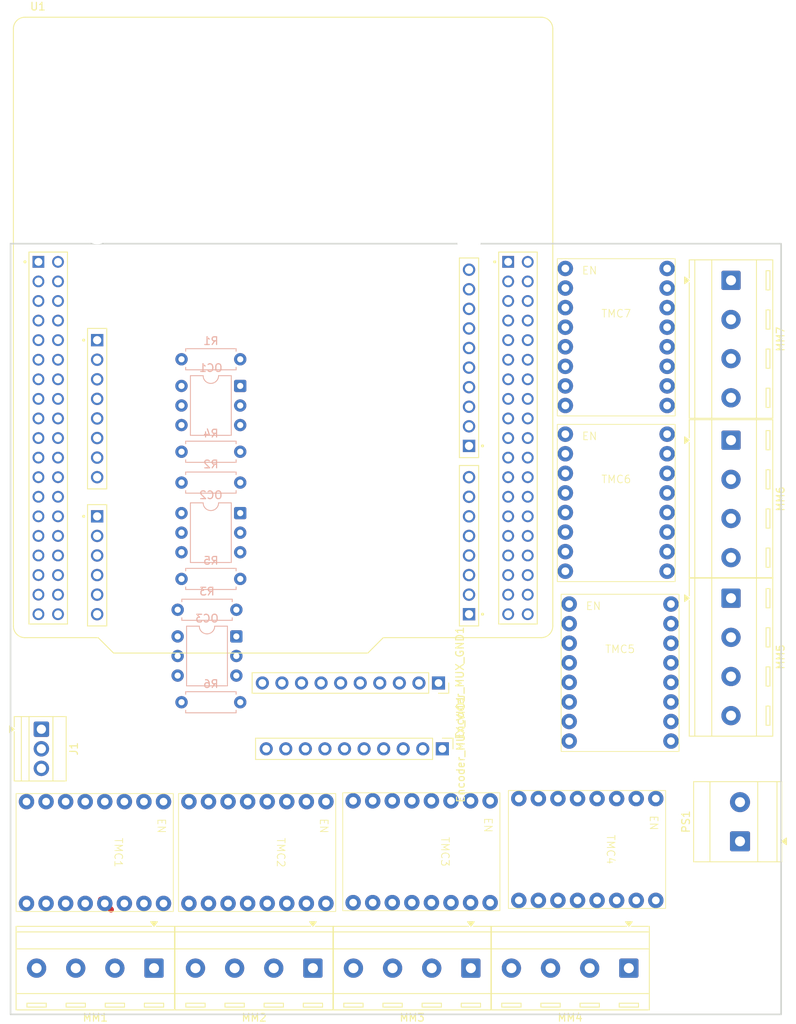
<source format=kicad_pcb>
(kicad_pcb (version 20241229) (generator "pcbnew") (generator_version "9.0")
  (layers (0 "F.Cu" signal) (2 "B.Cu" signal) (13 "F.Paste" user) (15 "B.Paste" user) (5 "F.SilkS" user "F.Silkscreen") (7 "B.SilkS" user "B.Silkscreen") (1 "F.Mask" user) (3 "B.Mask" user) (25 "Edge.Cuts" user))
  (net 0 "")
  (net 1 "EN")
  (net 6 "LIMIT5_IN")
  (net 36 "LIMIT1_IN")
  (net 62 "LIMIT4_IN")
  (net 67 "VM")
  (net 68 "GND_IO")
  (net 69 "SCK")
  (net 70 "VCC_IO")
  (net 71 "GND")
  (net 72 "DIR4")
  (net 73 "STEP4")
  (net 74 "CSN")
  (net 75 "DIR5")
  (net 76 "STEP5")
  (net 77 "STEP6")
  (net 78 "DIR6")
  (net 79 "STEP7")
  (net 80 "DIR7")
  (net 81 "DIR1")
  (net 82 "STEP1")
  (net 83 "STEP2")
  (net 84 "DIR2")
  (net 85 "STEP3")
  (net 86 "DIR3")
  (net 87 "ENC3")
  (net 88 "LIMIT2")
  (net 89 "ENC6")
  (net 90 "ENC5")
  (net 91 "ENC4")
  (net 92 "ENC1")
  (net 93 "LIMIT6")
  (net 94 "ENC7")
  (net 95 "LIMIT3")
  (net 96 "ENC2")
  (net 97 "LIMIT1_OUT")
  (net 105 "MOSI_OUT")
  (net 106 "Net-(TMC1-MISO)")
  (net 107 "Net-(TMC2-MISO)")
  (net 108 "Net-(TMC3-MISO)")
  (net 109 "Net-(TMC4-MISO)")
  (net 110 "Net-(TMC5-MISO)")
  (net 111 "Net-(TMC6-MISO)")
  (net 112 "MISO_OUT")
  (net 113 "/MOTOR1_A1")
  (net 114 "/MOTOR1_A2")
  (net 115 "/MOTOR1_B1")
  (net 116 "/MOTOR1_B2")
  (net 117 "/MOTOR2_A1")
  (net 118 "/MOTOR2_B2")
  (net 119 "/MOTOR2_A2")
  (net 120 "/MOTOR2_B1")
  (net 121 "/MOTOR3_B2")
  (net 122 "/MOTOR3_A1")
  (net 123 "/MOTOR3_B1")
  (net 124 "/MOTOR3_A2")
  (net 125 "/MOTOR4_A2")
  (net 126 "/MOTOR4_B2")
  (net 127 "/MOTOR4_B1")
  (net 128 "/MOTOR4_A1")
  (net 129 "/MOTOR5_B1")
  (net 130 "/MOTOR5_A1")
  (net 131 "/MOTOR5_A2")
  (net 132 "/MOTOR5_B2")
  (net 133 "/MOTOR6_A2")
  (net 134 "/MOTOR6_A1")
  (net 135 "/MOTOR6_B2")
  (net 136 "/MOTOR6_B1")
  (net 137 "/MOTOR7_A2")
  (net 138 "/MOTOR7_A1")
  (net 139 "/MOTOR7_B2")
  (net 140 "/MOTOR7_B1")
  (net 141 "/RIN_1")
  (net 142 "/RIN_3")
  (net 144 "/RIN_2")
  (net 145 "LIMIT4_OUT")
  (net 148 "LIMIT5_OUT")
  (net 149 "Net-(OC1-Pad5)")
  (net 150 "Net-(OC2-Pad5)")
  (net 151 "Net-(OC3-Pad5)")
  (footprint "TerminalBlock_RND:TerminalBlock_RND_205-00289_1x04_P5.08mm_Horizontal" (layer "F.Cu") (at 181.5 79 -90)
    (property "Reference" "MM6" (at 7.62 -6.42 90) (layer "F.SilkS"))
    (property "Value" "Screw_Terminal_01x04")
    (pad "1" thru_hole roundrect (at 0 0 270) (size 2.5 2.5) (drill 1.3) (layers "*.Cu" "*.Mask") (roundrect_rratio 0.1) (net 134 "/MOTOR6_A1"))
    (pad "2" thru_hole circle (at 5.08 0 270) (size 2.5 2.5) (drill 1.3) (layers "*.Cu" "*.Mask") (net 133 "/MOTOR6_A2"))
    (pad "3" thru_hole circle (at 10.16 0 270) (size 2.5 2.5) (drill 1.3) (layers "*.Cu" "*.Mask") (net 136 "/MOTOR6_B1"))
    (pad "4" thru_hole circle (at 15.24 0 270) (size 2.5 2.5) (drill 1.3) (layers "*.Cu" "*.Mask") (net 135 "/MOTOR6_B2"))
  )
  (footprint "boards:MODULE_NUCLEO-F446RE" (layer "F.Cu") (at 123.37 65.37)
    (property "Reference" "U1" (at -31.825 -42.635 0) (layer "F.SilkS"))
    (property "Value" "NUCLEO-F446RE")
    (pad "" np_thru_hole circle (at -24.13 -13.32) (size 3 3) (drill 3) (layers "*.Cu" "*.Mask"))
    (pad "" np_thru_hole circle (at 8.89 38.75) (size 3 3) (drill 3) (layers "*.Cu" "*.Mask"))
    (pad "" np_thru_hole circle (at 24.13 -12.05) (size 3 3) (drill 3) (layers "*.Cu" "*.Mask"))
    (pad "CN5_1" thru_hole rect (at 24.13 14.37) (size 1.605 1.605) (drill 1.07) (layers "*.Cu" "*.Mask"))
    (pad "CN5_2" thru_hole circle (at 24.13 11.83) (size 1.605 1.605) (drill 1.07) (layers "*.Cu" "*.Mask"))
    (pad "CN5_3" thru_hole circle (at 24.13 9.29) (size 1.605 1.605) (drill 1.07) (layers "*.Cu" "*.Mask"))
    (pad "CN5_4" thru_hole circle (at 24.13 6.75) (size 1.605 1.605) (drill 1.07) (layers "*.Cu" "*.Mask"))
    (pad "CN5_5" thru_hole circle (at 24.13 4.21) (size 1.605 1.605) (drill 1.07) (layers "*.Cu" "*.Mask"))
    (pad "CN5_6" thru_hole circle (at 24.13 1.67) (size 1.605 1.605) (drill 1.07) (layers "*.Cu" "*.Mask"))
    (pad "CN5_7" thru_hole circle (at 24.13 -0.87) (size 1.605 1.605) (drill 1.07) (layers "*.Cu" "*.Mask"))
    (pad "CN5_8" thru_hole circle (at 24.13 -3.41) (size 1.605 1.605) (drill 1.07) (layers "*.Cu" "*.Mask"))
    (pad "CN5_9" thru_hole circle (at 24.13 -5.95) (size 1.605 1.605) (drill 1.07) (layers "*.Cu" "*.Mask"))
    (pad "CN5_10" thru_hole circle (at 24.13 -8.49) (size 1.605 1.605) (drill 1.07) (layers "*.Cu" "*.Mask"))
    (pad "CN6_1" thru_hole rect (at -24.13 0.65) (size 1.605 1.605) (drill 1.07) (layers "*.Cu" "*.Mask"))
    (pad "CN6_2" thru_hole circle (at -24.13 3.19) (size 1.605 1.605) (drill 1.07) (layers "*.Cu" "*.Mask"))
    (pad "CN6_3" thru_hole circle (at -24.13 5.73) (size 1.605 1.605) (drill 1.07) (layers "*.Cu" "*.Mask"))
    (pad "CN6_4" thru_hole circle (at -24.13 8.27) (size 1.605 1.605) (drill 1.07) (layers "*.Cu" "*.Mask"))
    (pad "CN6_5" thru_hole circle (at -24.13 10.81) (size 1.605 1.605) (drill 1.07) (layers "*.Cu" "*.Mask"))
    (pad "CN6_6" thru_hole circle (at -24.13 13.35) (size 1.605 1.605) (drill 1.07) (layers "*.Cu" "*.Mask"))
    (pad "CN6_7" thru_hole circle (at -24.13 15.89) (size 1.605 1.605) (drill 1.07) (layers "*.Cu" "*.Mask"))
    (pad "CN6_8" thru_hole circle (at -24.13 18.43) (size 1.605 1.605) (drill 1.07) (layers "*.Cu" "*.Mask"))
    (pad "CN7_1" thru_hole rect (at -31.75 -9.51) (size 1.53 1.53) (drill 1.02) (layers "*.Cu" "*.Mask") (net 75 "DIR5"))
    (pad "CN7_2" thru_hole circle (at -29.21 -9.51) (size 1.53 1.53) (drill 1.02) (layers "*.Cu" "*.Mask") (net 72 "DIR4"))
    (pad "CN7_3" thru_hole circle (at -31.75 -6.97) (size 1.53 1.53) (drill 1.02) (layers "*.Cu" "*.Mask") (net 86 "DIR3"))
    (pad "CN7_4" thru_hole circle (at -29.21 -6.97) (size 1.53 1.53) (drill 1.02) (layers "*.Cu" "*.Mask") (net 84 "DIR2"))
    (pad "CN7_5" thru_hole circle (at -31.75 -4.43) (size 1.53 1.53) (drill 1.02) (layers "*.Cu" "*.Mask"))
    (pad "CN7_6" thru_hole circle (at -29.21 -4.43) (size 1.53 1.53) (drill 1.02) (layers "*.Cu" "*.Mask"))
    (pad "CN7_7" thru_hole circle (at -31.75 -1.89) (size 1.53 1.53) (drill 1.02) (layers "*.Cu" "*.Mask"))
    (pad "CN7_8" thru_hole circle (at -29.21 -1.89) (size 1.53 1.53) (drill 1.02) (layers "*.Cu" "*.Mask") (net 68 "GND_IO"))
    (pad "CN7_9" thru_hole circle (at -31.75 0.65) (size 1.53 1.53) (drill 1.02) (layers "*.Cu" "*.Mask"))
    (pad "CN7_10" thru_hole circle (at -29.21 0.65) (size 1.53 1.53) (drill 1.02) (layers "*.Cu" "*.Mask"))
    (pad "CN7_11" thru_hole circle (at -31.75 3.19) (size 1.53 1.53) (drill 1.02) (layers "*.Cu" "*.Mask"))
    (pad "CN7_12" thru_hole circle (at -29.21 3.19) (size 1.53 1.53) (drill 1.02) (layers "*.Cu" "*.Mask"))
    (pad "CN7_13" thru_hole circle (at -31.75 5.73) (size 1.53 1.53) (drill 1.02) (layers "*.Cu" "*.Mask"))
    (pad "CN7_14" thru_hole circle (at -29.21 5.73) (size 1.53 1.53) (drill 1.02) (layers "*.Cu" "*.Mask"))
    (pad "CN7_15" thru_hole circle (at -31.75 8.27) (size 1.53 1.53) (drill 1.02) (layers "*.Cu" "*.Mask"))
    (pad "CN7_16" thru_hole circle (at -29.21 8.27) (size 1.53 1.53) (drill 1.02) (layers "*.Cu" "*.Mask") (net 70 "VCC_IO"))
    (pad "CN7_17" thru_hole circle (at -31.75 10.81) (size 1.53 1.53) (drill 1.02) (layers "*.Cu" "*.Mask"))
    (pad "CN7_18" thru_hole circle (at -29.21 10.81) (size 1.53 1.53) (drill 1.02) (layers "*.Cu" "*.Mask"))
    (pad "CN7_19" thru_hole circle (at -31.75 13.35) (size 1.53 1.53) (drill 1.02) (layers "*.Cu" "*.Mask"))
    (pad "CN7_20" thru_hole circle (at -29.21 13.35) (size 1.53 1.53) (drill 1.02) (layers "*.Cu" "*.Mask"))
    (pad "CN7_21" thru_hole circle (at -31.75 15.89) (size 1.53 1.53) (drill 1.02) (layers "*.Cu" "*.Mask") (net 148 "LIMIT5_OUT"))
    (pad "CN7_22" thru_hole circle (at -29.21 15.89) (size 1.53 1.53) (drill 1.02) (layers "*.Cu" "*.Mask"))
    (pad "CN7_23" thru_hole circle (at -31.75 18.43) (size 1.53 1.53) (drill 1.02) (layers "*.Cu" "*.Mask") (net 145 "LIMIT4_OUT"))
    (pad "CN7_24" thru_hole circle (at -29.21 18.43) (size 1.53 1.53) (drill 1.02) (layers "*.Cu" "*.Mask"))
    (pad "CN7_25" thru_hole circle (at -31.75 20.97) (size 1.53 1.53) (drill 1.02) (layers "*.Cu" "*.Mask") (net 95 "LIMIT3"))
    (pad "CN7_26" thru_hole circle (at -29.21 20.97) (size 1.53 1.53) (drill 1.02) (layers "*.Cu" "*.Mask"))
    (pad "CN7_27" thru_hole circle (at -31.75 23.51) (size 1.53 1.53) (drill 1.02) (layers "*.Cu" "*.Mask") (net 88 "LIMIT2"))
    (pad "CN7_28" thru_hole circle (at -29.21 23.51) (size 1.53 1.53) (drill 1.02) (layers "*.Cu" "*.Mask") (net 85 "STEP3"))
    (pad "CN7_29" thru_hole circle (at -31.75 26.05) (size 1.53 1.53) (drill 1.02) (layers "*.Cu" "*.Mask"))
    (pad "CN7_30" thru_hole circle (at -29.21 26.05) (size 1.53 1.53) (drill 1.02) (layers "*.Cu" "*.Mask") (net 92 "ENC1"))
    (pad "CN7_31" thru_hole circle (at -31.75 28.59) (size 1.53 1.53) (drill 1.02) (layers "*.Cu" "*.Mask"))
    (pad "CN7_32" thru_hole circle (at -29.21 28.59) (size 1.53 1.53) (drill 1.02) (layers "*.Cu" "*.Mask") (net 74 "CSN"))
    (pad "CN7_33" thru_hole circle (at -31.75 31.13) (size 1.53 1.53) (drill 1.02) (layers "*.Cu" "*.Mask"))
    (pad "CN7_34" thru_hole circle (at -29.21 31.13) (size 1.53 1.53) (drill 1.02) (layers "*.Cu" "*.Mask") (net 94 "ENC7"))
    (pad "CN7_35" thru_hole circle (at -31.75 33.67) (size 1.53 1.53) (drill 1.02) (layers "*.Cu" "*.Mask") (net 91 "ENC4"))
    (pad "CN7_36" thru_hole circle (at -29.21 33.67) (size 1.53 1.53) (drill 1.02) (layers "*.Cu" "*.Mask") (net 81 "DIR1"))
    (pad "CN7_37" thru_hole circle (at -31.75 36.21) (size 1.53 1.53) (drill 1.02) (layers "*.Cu" "*.Mask") (net 96 "ENC2"))
    (pad "CN7_38" thru_hole circle (at -29.21 36.21) (size 1.53 1.53) (drill 1.02) (layers "*.Cu" "*.Mask") (net 97 "LIMIT1_OUT"))
    (pad "CN8_1" thru_hole rect (at -24.13 23.51) (size 1.605 1.605) (drill 1.07) (layers "*.Cu" "*.Mask"))
    (pad "CN8_2" thru_hole circle (at -24.13 26.05) (size 1.605 1.605) (drill 1.07) (layers "*.Cu" "*.Mask"))
    (pad "CN8_3" thru_hole circle (at -24.13 28.59) (size 1.605 1.605) (drill 1.07) (layers "*.Cu" "*.Mask"))
    (pad "CN8_4" thru_hole circle (at -24.13 31.13) (size 1.605 1.605) (drill 1.07) (layers "*.Cu" "*.Mask"))
    (pad "CN8_5" thru_hole circle (at -24.13 33.67) (size 1.605 1.605) (drill 1.07) (layers "*.Cu" "*.Mask"))
    (pad "CN8_6" thru_hole circle (at -24.13 36.21) (size 1.605 1.605) (drill 1.07) (layers "*.Cu" "*.Mask"))
    (pad "CN9_1" thru_hole rect (at 24.13 36.21) (size 1.605 1.605) (drill 1.07) (layers "*.Cu" "*.Mask"))
    (pad "CN9_2" thru_hole circle (at 24.13 33.67) (size 1.605 1.605) (drill 1.07) (layers "*.Cu" "*.Mask"))
    (pad "CN9_3" thru_hole circle (at 24.13 31.13) (size 1.605 1.605) (drill 1.07) (layers "*.Cu" "*.Mask"))
    (pad "CN9_4" thru_hole circle (at 24.13 28.59) (size 1.605 1.605) (drill 1.07) (layers "*.Cu" "*.Mask"))
    (pad "CN9_5" thru_hole circle (at 24.13 26.05) (size 1.605 1.605) (drill 1.07) (layers "*.Cu" "*.Mask"))
    (pad "CN9_6" thru_hole circle (at 24.13 23.51) (size 1.605 1.605) (drill 1.07) (layers "*.Cu" "*.Mask"))
    (pad "CN9_7" thru_hole circle (at 24.13 20.97) (size 1.605 1.605) (drill 1.07) (layers "*.Cu" "*.Mask"))
    (pad "CN9_8" thru_hole circle (at 24.13 18.43) (size 1.605 1.605) (drill 1.07) (layers "*.Cu" "*.Mask"))
    (pad "CN10_1" thru_hole rect (at 29.21 -9.51) (size 1.53 1.53) (drill 1.02) (layers "*.Cu" "*.Mask"))
    (pad "CN10_2" thru_hole circle (at 31.75 -9.51) (size 1.53 1.53) (drill 1.02) (layers "*.Cu" "*.Mask"))
    (pad "CN10_3" thru_hole circle (at 29.21 -6.97) (size 1.53 1.53) (drill 1.02) (layers "*.Cu" "*.Mask") (net 76 "STEP5"))
    (pad "CN10_4" thru_hole circle (at 31.75 -6.97) (size 1.53 1.53) (drill 1.02) (layers "*.Cu" "*.Mask") (net 73 "STEP4"))
    (pad "CN10_5" thru_hole circle (at 29.21 -4.43) (size 1.53 1.53) (drill 1.02) (layers "*.Cu" "*.Mask") (net 77 "STEP6"))
    (pad "CN10_6" thru_hole circle (at 31.75 -4.43) (size 1.53 1.53) (drill 1.02) (layers "*.Cu" "*.Mask") (net 90 "ENC5"))
    (pad "CN10_7" thru_hole circle (at 29.21 -1.89) (size 1.53 1.53) (drill 1.02) (layers "*.Cu" "*.Mask"))
    (pad "CN10_8" thru_hole circle (at 31.75 -1.89) (size 1.53 1.53) (drill 1.02) (layers "*.Cu" "*.Mask"))
    (pad "CN10_9" thru_hole circle (at 29.21 0.65) (size 1.53 1.53) (drill 1.02) (layers "*.Cu" "*.Mask"))
    (pad "CN10_10" thru_hole circle (at 31.75 0.65) (size 1.53 1.53) (drill 1.02) (layers "*.Cu" "*.Mask"))
    (pad "CN10_11" thru_hole circle (at 29.21 3.19) (size 1.53 1.53) (drill 1.02) (layers "*.Cu" "*.Mask") (net 69 "SCK"))
    (pad "CN10_12" thru_hole circle (at 31.75 3.19) (size 1.53 1.53) (drill 1.02) (layers "*.Cu" "*.Mask") (net 80 "DIR7"))
    (pad "CN10_13" thru_hole circle (at 29.21 5.73) (size 1.53 1.53) (drill 1.02) (layers "*.Cu" "*.Mask") (net 112 "MISO_OUT"))
    (pad "CN10_14" thru_hole circle (at 31.75 5.73) (size 1.53 1.53) (drill 1.02) (layers "*.Cu" "*.Mask") (net 1 "EN"))
    (pad "CN10_15" thru_hole circle (at 29.21 8.27) (size 1.53 1.53) (drill 1.02) (layers "*.Cu" "*.Mask") (net 105 "MOSI_OUT"))
    (pad "CN10_16" thru_hole circle (at 31.75 8.27) (size 1.53 1.53) (drill 1.02) (layers "*.Cu" "*.Mask"))
    (pad "CN10_17" thru_hole circle (at 29.21 10.81) (size 1.53 1.53) (drill 1.02) (layers "*.Cu" "*.Mask") (net 83 "STEP2"))
    (pad "CN10_18" thru_hole circle (at 31.75 10.81) (size 1.53 1.53) (drill 1.02) (layers "*.Cu" "*.Mask"))
    (pad "CN10_19" thru_hole circle (at 29.21 13.35) (size 1.53 1.53) (drill 1.02) (layers "*.Cu" "*.Mask") (net 82 "STEP1"))
    (pad "CN10_20" thru_hole circle (at 31.75 13.35) (size 1.53 1.53) (drill 1.02) (layers "*.Cu" "*.Mask"))
    (pad "CN10_21" thru_hole circle (at 29.21 15.89) (size 1.53 1.53) (drill 1.02) (layers "*.Cu" "*.Mask"))
    (pad "CN10_22" thru_hole circle (at 31.75 15.89) (size 1.53 1.53) (drill 1.02) (layers "*.Cu" "*.Mask"))
    (pad "CN10_23" thru_hole circle (at 29.21 18.43) (size 1.53 1.53) (drill 1.02) (layers "*.Cu" "*.Mask"))
    (pad "CN10_24" thru_hole circle (at 31.75 18.43) (size 1.53 1.53) (drill 1.02) (layers "*.Cu" "*.Mask") (net 87 "ENC3"))
    (pad "CN10_25" thru_hole circle (at 29.21 20.97) (size 1.53 1.53) (drill 1.02) (layers "*.Cu" "*.Mask"))
    (pad "CN10_26" thru_hole circle (at 31.75 20.97) (size 1.53 1.53) (drill 1.02) (layers "*.Cu" "*.Mask"))
    (pad "CN10_27" thru_hole circle (at 29.21 23.51) (size 1.53 1.53) (drill 1.02) (layers "*.Cu" "*.Mask"))
    (pad "CN10_28" thru_hole circle (at 31.75 23.51) (size 1.53 1.53) (drill 1.02) (layers "*.Cu" "*.Mask") (net 79 "STEP7"))
    (pad "CN10_29" thru_hole circle (at 29.21 26.05) (size 1.53 1.53) (drill 1.02) (layers "*.Cu" "*.Mask") (net 93 "LIMIT6"))
    (pad "CN10_30" thru_hole circle (at 31.75 26.05) (size 1.53 1.53) (drill 1.02) (layers "*.Cu" "*.Mask"))
    (pad "CN10_31" thru_hole circle (at 29.21 28.59) (size 1.53 1.53) (drill 1.02) (layers "*.Cu" "*.Mask"))
    (pad "CN10_32" thru_hole circle (at 31.75 28.59) (size 1.53 1.53) (drill 1.02) (layers "*.Cu" "*.Mask"))
    (pad "CN10_33" thru_hole circle (at 29.21 31.13) (size 1.53 1.53) (drill 1.02) (layers "*.Cu" "*.Mask") (net 78 "DIR6"))
    (pad "CN10_34" thru_hole circle (at 31.75 31.13) (size 1.53 1.53) (drill 1.02) (layers "*.Cu" "*.Mask") (net 89 "ENC6"))
    (pad "CN10_35" thru_hole circle (at 29.21 33.67) (size 1.53 1.53) (drill 1.02) (layers "*.Cu" "*.Mask"))
    (pad "CN10_36" thru_hole circle (at 31.75 33.67) (size 1.53 1.53) (drill 1.02) (layers "*.Cu" "*.Mask"))
    (pad "CN10_37" thru_hole circle (at 29.21 36.21) (size 1.53 1.53) (drill 1.02) (layers "*.Cu" "*.Mask"))
    (pad "CN10_38" thru_hole circle (at 31.75 36.21) (size 1.53 1.53) (drill 1.02) (layers "*.Cu" "*.Mask"))
  )
  (footprint "boards:tmc5160" (layer "F.Cu") (at 122.58 132.5 -90)
    (property "Reference" "TMC2" (at 0 -0.5 270) (layer "F.SilkS") (effects (font (thickness 0.1))))
    (property "Value" "~")
    (fp_text user "EN" (at -4.5 -5.5 270) (layer "F.SilkS") (effects (font (thickness 0.1)) (justify left bottom)))
    (pad "1" thru_hole circle (at -6.604 -6.35) (size 2 2) (drill 1) (layers "*.Cu" "*.Mask") (net 1 "EN"))
    (pad "2" thru_hole circle (at -6.604 -3.81) (size 2 2) (drill 1) (layers "*.Cu" "*.Mask") (net 106 "Net-(TMC1-MISO)"))
    (pad "3" thru_hole circle (at -6.604 -1.27) (size 2 2) (drill 1) (layers "*.Cu" "*.Mask") (net 69 "SCK"))
    (pad "4" thru_hole circle (at -6.604 1.27) (size 2 2) (drill 1) (layers "*.Cu" "*.Mask") (net 74 "CSN"))
    (pad "5" thru_hole circle (at -6.604 3.81) (size 2 2) (drill 1) (layers "*.Cu" "*.Mask") (net 107 "Net-(TMC2-MISO)"))
    (pad "6" thru_hole circle (at -6.604 6.35) (size 2 2) (drill 1) (layers "*.Cu" "*.Mask"))
    (pad "7" thru_hole circle (at -6.604 8.89) (size 2 2) (drill 1) (layers "*.Cu" "*.Mask") (net 83 "STEP2"))
    (pad "8" thru_hole circle (at -6.604 11.43) (size 2 2) (drill 1) (layers "*.Cu" "*.Mask") (net 84 "DIR2"))
    (pad "9" thru_hole circle (at 6.604 -6.35) (size 2 2) (drill 1) (layers "*.Cu" "*.Mask") (net 67 "VM"))
    (pad "10" thru_hole circle (at 6.604 -3.81) (size 2 2) (drill 1) (layers "*.Cu" "*.Mask") (net 71 "GND"))
    (pad "11" thru_hole circle (at 6.604 -1.27) (size 2 2) (drill 1) (layers "*.Cu" "*.Mask") (net 117 "/MOTOR2_A1"))
    (pad "12" thru_hole circle (at 6.604 1.27) (size 2 2) (drill 1) (layers "*.Cu" "*.Mask") (net 119 "/MOTOR2_A2"))
    (pad "13" thru_hole circle (at 6.604 3.81) (size 2 2) (drill 1) (layers "*.Cu" "*.Mask") (net 120 "/MOTOR2_B1"))
    (pad "14" thru_hole circle (at 6.604 6.35) (size 2 2) (drill 1) (layers "*.Cu" "*.Mask") (net 118 "/MOTOR2_B2"))
    (pad "15" thru_hole circle (at 6.604 8.89) (size 2 2) (drill 1) (layers "*.Cu" "*.Mask") (net 70 "VCC_IO"))
    (pad "16" thru_hole circle (at 6.604 11.43) (size 2 2) (drill 1) (layers "*.Cu" "*.Mask") (net 68 "GND_IO"))
  )
  (footprint "TerminalBlock_RND:TerminalBlock_RND_205-00289_1x04_P5.08mm_Horizontal" (layer "F.Cu") (at 127.24 147.5 180)
    (property "Reference" "MM2" (at 7.62 -6.42 0) (layer "F.SilkS"))
    (property "Value" "Screw_Terminal_01x04")
    (pad "1" thru_hole roundrect (at 0 0 180) (size 2.5 2.5) (drill 1.3) (layers "*.Cu" "*.Mask") (roundrect_rratio 0.1) (net 117 "/MOTOR2_A1"))
    (pad "2" thru_hole circle (at 5.08 0 180) (size 2.5 2.5) (drill 1.3) (layers "*.Cu" "*.Mask") (net 119 "/MOTOR2_A2"))
    (pad "3" thru_hole circle (at 10.16 0 180) (size 2.5 2.5) (drill 1.3) (layers "*.Cu" "*.Mask") (net 120 "/MOTOR2_B1"))
    (pad "4" thru_hole circle (at 15.24 0 180) (size 2.5 2.5) (drill 1.3) (layers "*.Cu" "*.Mask") (net 118 "/MOTOR2_B2"))
  )
  (footprint "TerminalBlock:TerminalBlock_Xinya_XY308-2.54-3P_1x03_P2.54mm_Horizontal" (layer "F.Cu") (at 92 116.5 -90)
    (property "Reference" "J1" (at 2.54 -4.22 90) (layer "F.SilkS"))
    (property "Value" "Screw_Terminal_01x03")
    (pad "1" thru_hole roundrect (at 0 0 270) (size 2 2) (drill 1.2) (layers "*.Cu" "*.Mask") (roundrect_rratio 0.125) (net 36 "LIMIT1_IN"))
    (pad "2" thru_hole circle (at 2.54 0 270) (size 2 2) (drill 1.2) (layers "*.Cu" "*.Mask") (net 62 "LIMIT4_IN"))
    (pad "3" thru_hole circle (at 5.08 0 270) (size 2 2) (drill 1.2) (layers "*.Cu" "*.Mask") (net 6 "LIMIT5_IN"))
  )
  (footprint "boards:tmc5160" (layer "F.Cu") (at 101.5 132.5 -90)
    (property "Reference" "TMC1" (at 0 -0.5 270) (layer "F.SilkS") (effects (font (thickness 0.1))))
    (property "Value" "~")
    (fp_text user "EN" (at -4.5 -5.5 270) (layer "F.SilkS") (effects (font (thickness 0.1)) (justify left bottom)))
    (pad "1" thru_hole circle (at -6.604 -6.35) (size 2 2) (drill 1) (layers "*.Cu" "*.Mask") (net 1 "EN"))
    (pad "2" thru_hole circle (at -6.604 -3.81) (size 2 2) (drill 1) (layers "*.Cu" "*.Mask") (net 105 "MOSI_OUT"))
    (pad "3" thru_hole circle (at -6.604 -1.27) (size 2 2) (drill 1) (layers "*.Cu" "*.Mask") (net 69 "SCK"))
    (pad "4" thru_hole circle (at -6.604 1.27) (size 2 2) (drill 1) (layers "*.Cu" "*.Mask") (net 74 "CSN"))
    (pad "5" thru_hole circle (at -6.604 3.81) (size 2 2) (drill 1) (layers "*.Cu" "*.Mask") (net 106 "Net-(TMC1-MISO)"))
    (pad "6" thru_hole circle (at -6.604 6.35) (size 2 2) (drill 1) (layers "*.Cu" "*.Mask"))
    (pad "7" thru_hole circle (at -6.604 8.89) (size 2 2) (drill 1) (layers "*.Cu" "*.Mask") (net 82 "STEP1"))
    (pad "8" thru_hole circle (at -6.604 11.43) (size 2 2) (drill 1) (layers "*.Cu" "*.Mask") (net 81 "DIR1"))
    (pad "9" thru_hole circle (at 6.604 -6.35) (size 2 2) (drill 1) (layers "*.Cu" "*.Mask") (net 67 "VM"))
    (pad "10" thru_hole circle (at 6.604 -3.81) (size 2 2) (drill 1) (layers "*.Cu" "*.Mask") (net 71 "GND"))
    (pad "11" thru_hole circle (at 6.604 -1.27) (size 2 2) (drill 1) (layers "*.Cu" "*.Mask") (net 113 "/MOTOR1_A1"))
    (pad "12" thru_hole circle (at 6.604 1.27) (size 2 2) (drill 1) (layers "*.Cu" "*.Mask") (net 114 "/MOTOR1_A2"))
    (pad "13" thru_hole circle (at 6.604 3.81) (size 2 2) (drill 1) (layers "*.Cu" "*.Mask") (net 115 "/MOTOR1_B1"))
    (pad "14" thru_hole circle (at 6.604 6.35) (size 2 2) (drill 1) (layers "*.Cu" "*.Mask") (net 116 "/MOTOR1_B2"))
    (pad "15" thru_hole circle (at 6.604 8.89) (size 2 2) (drill 1) (layers "*.Cu" "*.Mask") (net 70 "VCC_IO"))
    (pad "16" thru_hole circle (at 6.604 11.43) (size 2 2) (drill 1) (layers "*.Cu" "*.Mask") (net 68 "GND_IO"))
  )
  (footprint "TerminalBlock_RND:TerminalBlock_RND_205-00289_1x04_P5.08mm_Horizontal" (layer "F.Cu") (at 181.5 99.5 -90)
    (property "Reference" "MM5" (at 7.62 -6.42 90) (layer "F.SilkS"))
    (property "Value" "Screw_Terminal_01x04")
    (pad "1" thru_hole roundrect (at 0 0 270) (size 2.5 2.5) (drill 1.3) (layers "*.Cu" "*.Mask") (roundrect_rratio 0.1) (net 130 "/MOTOR5_A1"))
    (pad "2" thru_hole circle (at 5.08 0 270) (size 2.5 2.5) (drill 1.3) (layers "*.Cu" "*.Mask") (net 131 "/MOTOR5_A2"))
    (pad "3" thru_hole circle (at 10.16 0 270) (size 2.5 2.5) (drill 1.3) (layers "*.Cu" "*.Mask") (net 129 "/MOTOR5_B1"))
    (pad "4" thru_hole circle (at 15.24 0 270) (size 2.5 2.5) (drill 1.3) (layers "*.Cu" "*.Mask") (net 132 "/MOTOR5_B2"))
  )
  (footprint "TerminalBlock_RND:TerminalBlock_RND_205-00289_1x04_P5.08mm_Horizontal" (layer "F.Cu") (at 181.5 58.26 -90)
    (property "Reference" "MM7" (at 7.62 -6.42 90) (layer "F.SilkS"))
    (property "Value" "Screw_Terminal_01x04")
    (pad "1" thru_hole roundrect (at 0 0 270) (size 2.5 2.5) (drill 1.3) (layers "*.Cu" "*.Mask") (roundrect_rratio 0.1) (net 138 "/MOTOR7_A1"))
    (pad "2" thru_hole circle (at 5.08 0 270) (size 2.5 2.5) (drill 1.3) (layers "*.Cu" "*.Mask") (net 137 "/MOTOR7_A2"))
    (pad "3" thru_hole circle (at 10.16 0 270) (size 2.5 2.5) (drill 1.3) (layers "*.Cu" "*.Mask") (net 140 "/MOTOR7_B1"))
    (pad "4" thru_hole circle (at 15.24 0 270) (size 2.5 2.5) (drill 1.3) (layers "*.Cu" "*.Mask") (net 139 "/MOTOR7_B2"))
  )
  (footprint "boards:tmc5160" (layer "F.Cu") (at 143.89 132.396 -90)
    (property "Reference" "TMC3" (at 0 -0.5 270) (layer "F.SilkS") (effects (font (thickness 0.1))))
    (property "Value" "~")
    (fp_text user "EN" (at -4.5 -5.5 270) (layer "F.SilkS") (effects (font (thickness 0.1)) (justify left bottom)))
    (pad "1" thru_hole circle (at -6.604 -6.35) (size 2 2) (drill 1) (layers "*.Cu" "*.Mask") (net 1 "EN"))
    (pad "2" thru_hole circle (at -6.604 -3.81) (size 2 2) (drill 1) (layers "*.Cu" "*.Mask") (net 107 "Net-(TMC2-MISO)"))
    (pad "3" thru_hole circle (at -6.604 -1.27) (size 2 2) (drill 1) (layers "*.Cu" "*.Mask") (net 69 "SCK"))
    (pad "4" thru_hole circle (at -6.604 1.27) (size 2 2) (drill 1) (layers "*.Cu" "*.Mask") (net 74 "CSN"))
    (pad "5" thru_hole circle (at -6.604 3.81) (size 2 2) (drill 1) (layers "*.Cu" "*.Mask") (net 108 "Net-(TMC3-MISO)"))
    (pad "6" thru_hole circle (at -6.604 6.35) (size 2 2) (drill 1) (layers "*.Cu" "*.Mask"))
    (pad "7" thru_hole circle (at -6.604 8.89) (size 2 2) (drill 1) (layers "*.Cu" "*.Mask") (net 85 "STEP3"))
    (pad "8" thru_hole circle (at -6.604 11.43) (size 2 2) (drill 1) (layers "*.Cu" "*.Mask") (net 86 "DIR3"))
    (pad "9" thru_hole circle (at 6.604 -6.35) (size 2 2) (drill 1) (layers "*.Cu" "*.Mask") (net 67 "VM"))
    (pad "10" thru_hole circle (at 6.604 -3.81) (size 2 2) (drill 1) (layers "*.Cu" "*.Mask") (net 71 "GND"))
    (pad "11" thru_hole circle (at 6.604 -1.27) (size 2 2) (drill 1) (layers "*.Cu" "*.Mask") (net 122 "/MOTOR3_A1"))
    (pad "12" thru_hole circle (at 6.604 1.27) (size 2 2) (drill 1) (layers "*.Cu" "*.Mask") (net 124 "/MOTOR3_A2"))
    (pad "13" thru_hole circle (at 6.604 3.81) (size 2 2) (drill 1) (layers "*.Cu" "*.Mask") (net 123 "/MOTOR3_B1"))
    (pad "14" thru_hole circle (at 6.604 6.35) (size 2 2) (drill 1) (layers "*.Cu" "*.Mask") (net 121 "/MOTOR3_B2"))
    (pad "15" thru_hole circle (at 6.604 8.89) (size 2 2) (drill 1) (layers "*.Cu" "*.Mask") (net 70 "VCC_IO"))
    (pad "16" thru_hole circle (at 6.604 11.43) (size 2 2) (drill 1) (layers "*.Cu" "*.Mask") (net 68 "GND_IO"))
  )
  (footprint "boards:tmc5160" (layer "F.Cu") (at 167.104 106.61)
    (property "Reference" "TMC5" (at 0 -0.5 0) (layer "F.SilkS") (effects (font (thickness 0.1))))
    (property "Value" "~")
    (fp_text user "EN" (at -4.5 -5.5 0) (layer "F.SilkS") (effects (font (thickness 0.1)) (justify left bottom)))
    (pad "1" thru_hole circle (at -6.604 -6.35 90) (size 2 2) (drill 1) (layers "*.Cu" "*.Mask") (net 1 "EN"))
    (pad "2" thru_hole circle (at -6.604 -3.81 90) (size 2 2) (drill 1) (layers "*.Cu" "*.Mask") (net 109 "Net-(TMC4-MISO)"))
    (pad "3" thru_hole circle (at -6.604 -1.27 90) (size 2 2) (drill 1) (layers "*.Cu" "*.Mask") (net 69 "SCK"))
    (pad "4" thru_hole circle (at -6.604 1.27 90) (size 2 2) (drill 1) (layers "*.Cu" "*.Mask") (net 74 "CSN"))
    (pad "5" thru_hole circle (at -6.604 3.81 90) (size 2 2) (drill 1) (layers "*.Cu" "*.Mask") (net 110 "Net-(TMC5-MISO)"))
    (pad "6" thru_hole circle (at -6.604 6.35 90) (size 2 2) (drill 1) (layers "*.Cu" "*.Mask"))
    (pad "7" thru_hole circle (at -6.604 8.89 90) (size 2 2) (drill 1) (layers "*.Cu" "*.Mask") (net 76 "STEP5"))
    (pad "8" thru_hole circle (at -6.604 11.43 90) (size 2 2) (drill 1) (layers "*.Cu" "*.Mask") (net 75 "DIR5"))
    (pad "9" thru_hole circle (at 6.604 -6.35 90) (size 2 2) (drill 1) (layers "*.Cu" "*.Mask") (net 67 "VM"))
    (pad "10" thru_hole circle (at 6.604 -3.81 90) (size 2 2) (drill 1) (layers "*.Cu" "*.Mask") (net 71 "GND"))
    (pad "11" thru_hole circle (at 6.604 -1.27 90) (size 2 2) (drill 1) (layers "*.Cu" "*.Mask") (net 130 "/MOTOR5_A1"))
    (pad "12" thru_hole circle (at 6.604 1.27 90) (size 2 2) (drill 1) (layers "*.Cu" "*.Mask") (net 131 "/MOTOR5_A2"))
    (pad "13" thru_hole circle (at 6.604 3.81 90) (size 2 2) (drill 1) (layers "*.Cu" "*.Mask") (net 129 "/MOTOR5_B1"))
    (pad "14" thru_hole circle (at 6.604 6.35 90) (size 2 2) (drill 1) (layers "*.Cu" "*.Mask") (net 132 "/MOTOR5_B2"))
    (pad "15" thru_hole circle (at 6.604 8.89 90) (size 2 2) (drill 1) (layers "*.Cu" "*.Mask") (net 70 "VCC_IO"))
    (pad "16" thru_hole circle (at 6.604 11.43 90) (size 2 2) (drill 1) (layers "*.Cu" "*.Mask") (net 68 "GND_IO"))
  )
  (footprint "boards:tmc5160" (layer "F.Cu") (at 166.604 63.07)
    (property "Reference" "TMC7" (at 0 -0.5 0) (layer "F.SilkS") (effects (font (thickness 0.1))))
    (property "Value" "~")
    (fp_text user "EN" (at -4.5 -5.5 0) (layer "F.SilkS") (effects (font (thickness 0.1)) (justify left bottom)))
    (pad "1" thru_hole circle (at -6.604 -6.35 90) (size 2 2) (drill 1) (layers "*.Cu" "*.Mask") (net 1 "EN"))
    (pad "2" thru_hole circle (at -6.604 -3.81 90) (size 2 2) (drill 1) (layers "*.Cu" "*.Mask") (net 111 "Net-(TMC6-MISO)"))
    (pad "3" thru_hole circle (at -6.604 -1.27 90) (size 2 2) (drill 1) (layers "*.Cu" "*.Mask") (net 69 "SCK"))
    (pad "4" thru_hole circle (at -6.604 1.27 90) (size 2 2) (drill 1) (layers "*.Cu" "*.Mask") (net 74 "CSN"))
    (pad "5" thru_hole circle (at -6.604 3.81 90) (size 2 2) (drill 1) (layers "*.Cu" "*.Mask") (net 112 "MISO_OUT"))
    (pad "6" thru_hole circle (at -6.604 6.35 90) (size 2 2) (drill 1) (layers "*.Cu" "*.Mask"))
    (pad "7" thru_hole circle (at -6.604 8.89 90) (size 2 2) (drill 1) (layers "*.Cu" "*.Mask") (net 79 "STEP7"))
    (pad "8" thru_hole circle (at -6.604 11.43 90) (size 2 2) (drill 1) (layers "*.Cu" "*.Mask") (net 80 "DIR7"))
    (pad "9" thru_hole circle (at 6.604 -6.35 90) (size 2 2) (drill 1) (layers "*.Cu" "*.Mask") (net 67 "VM"))
    (pad "10" thru_hole circle (at 6.604 -3.81 90) (size 2 2) (drill 1) (layers "*.Cu" "*.Mask") (net 71 "GND"))
    (pad "11" thru_hole circle (at 6.604 -1.27 90) (size 2 2) (drill 1) (layers "*.Cu" "*.Mask") (net 138 "/MOTOR7_A1"))
    (pad "12" thru_hole circle (at 6.604 1.27 90) (size 2 2) (drill 1) (layers "*.Cu" "*.Mask") (net 137 "/MOTOR7_A2"))
    (pad "13" thru_hole circle (at 6.604 3.81 90) (size 2 2) (drill 1) (layers "*.Cu" "*.Mask") (net 140 "/MOTOR7_B1"))
    (pad "14" thru_hole circle (at 6.604 6.35 90) (size 2 2) (drill 1) (layers "*.Cu" "*.Mask") (net 139 "/MOTOR7_B2"))
    (pad "15" thru_hole circle (at 6.604 8.89 90) (size 2 2) (drill 1) (layers "*.Cu" "*.Mask") (net 70 "VCC_IO"))
    (pad "16" thru_hole circle (at 6.604 11.43 90) (size 2 2) (drill 1) (layers "*.Cu" "*.Mask") (net 68 "GND_IO"))
  )
  (footprint "boards:tmc5160" (layer "F.Cu") (at 165.39 132.104 -90)
    (property "Reference" "TMC4" (at 0 -0.5 270) (layer "F.SilkS") (effects (font (thickness 0.1))))
    (property "Value" "~")
    (fp_text user "EN" (at -4.5 -5.5 270) (layer "F.SilkS") (effects (font (thickness 0.1)) (justify left bottom)))
    (pad "1" thru_hole circle (at -6.604 -6.35) (size 2 2) (drill 1) (layers "*.Cu" "*.Mask") (net 1 "EN"))
    (pad "2" thru_hole circle (at -6.604 -3.81) (size 2 2) (drill 1) (layers "*.Cu" "*.Mask") (net 108 "Net-(TMC3-MISO)"))
    (pad "3" thru_hole circle (at -6.604 -1.27) (size 2 2) (drill 1) (layers "*.Cu" "*.Mask") (net 69 "SCK"))
    (pad "4" thru_hole circle (at -6.604 1.27) (size 2 2) (drill 1) (layers "*.Cu" "*.Mask") (net 74 "CSN"))
    (pad "5" thru_hole circle (at -6.604 3.81) (size 2 2) (drill 1) (layers "*.Cu" "*.Mask") (net 109 "Net-(TMC4-MISO)"))
    (pad "6" thru_hole circle (at -6.604 6.35) (size 2 2) (drill 1) (layers "*.Cu" "*.Mask"))
    (pad "7" thru_hole circle (at -6.604 8.89) (size 2 2) (drill 1) (layers "*.Cu" "*.Mask") (net 73 "STEP4"))
    (pad "8" thru_hole circle (at -6.604 11.43) (size 2 2) (drill 1) (layers "*.Cu" "*.Mask") (net 72 "DIR4"))
    (pad "9" thru_hole circle (at 6.604 -6.35) (size 2 2) (drill 1) (layers "*.Cu" "*.Mask") (net 67 "VM"))
    (pad "10" thru_hole circle (at 6.604 -3.81) (size 2 2) (drill 1) (layers "*.Cu" "*.Mask") (net 71 "GND"))
    (pad "11" thru_hole circle (at 6.604 -1.27) (size 2 2) (drill 1) (layers "*.Cu" "*.Mask") (net 128 "/MOTOR4_A1"))
    (pad "12" thru_hole circle (at 6.604 1.27) (size 2 2) (drill 1) (layers "*.Cu" "*.Mask") (net 125 "/MOTOR4_A2"))
    (pad "13" thru_hole circle (at 6.604 3.81) (size 2 2) (drill 1) (layers "*.Cu" "*.Mask") (net 127 "/MOTOR4_B1"))
    (pad "14" thru_hole circle (at 6.604 6.35) (size 2 2) (drill 1) (layers "*.Cu" "*.Mask") (net 126 "/MOTOR4_B2"))
    (pad "15" thru_hole circle (at 6.604 8.89) (size 2 2) (drill 1) (layers "*.Cu" "*.Mask") (net 70 "VCC_IO"))
    (pad "16" thru_hole circle (at 6.604 11.43) (size 2 2) (drill 1) (layers "*.Cu" "*.Mask") (net 68 "GND_IO"))
  )
  (footprint "TerminalBlock_RND:TerminalBlock_RND_205-00289_1x04_P5.08mm_Horizontal" (layer "F.Cu") (at 168.24 147.5 180)
    (property "Reference" "MM4" (at 7.62 -6.42 0) (layer "F.SilkS"))
    (property "Value" "Screw_Terminal_01x04")
    (pad "1" thru_hole roundrect (at 0 0 180) (size 2.5 2.5) (drill 1.3) (layers "*.Cu" "*.Mask") (roundrect_rratio 0.1) (net 128 "/MOTOR4_A1"))
    (pad "2" thru_hole circle (at 5.08 0 180) (size 2.5 2.5) (drill 1.3) (layers "*.Cu" "*.Mask") (net 125 "/MOTOR4_A2"))
    (pad "3" thru_hole circle (at 10.16 0 180) (size 2.5 2.5) (drill 1.3) (layers "*.Cu" "*.Mask") (net 127 "/MOTOR4_B1"))
    (pad "4" thru_hole circle (at 15.24 0 180) (size 2.5 2.5) (drill 1.3) (layers "*.Cu" "*.Mask") (net 126 "/MOTOR4_B2"))
  )
  (footprint "boards:tmc5160" (layer "F.Cu") (at 166.604 84.57)
    (property "Reference" "TMC6" (at 0 -0.5 0) (layer "F.SilkS") (effects (font (thickness 0.1))))
    (property "Value" "~")
    (fp_text user "EN" (at -4.5 -5.5 0) (layer "F.SilkS") (effects (font (thickness 0.1)) (justify left bottom)))
    (pad "1" thru_hole circle (at -6.604 -6.35 90) (size 2 2) (drill 1) (layers "*.Cu" "*.Mask") (net 1 "EN"))
    (pad "2" thru_hole circle (at -6.604 -3.81 90) (size 2 2) (drill 1) (layers "*.Cu" "*.Mask") (net 110 "Net-(TMC5-MISO)"))
    (pad "3" thru_hole circle (at -6.604 -1.27 90) (size 2 2) (drill 1) (layers "*.Cu" "*.Mask") (net 69 "SCK"))
    (pad "4" thru_hole circle (at -6.604 1.27 90) (size 2 2) (drill 1) (layers "*.Cu" "*.Mask") (net 74 "CSN"))
    (pad "5" thru_hole circle (at -6.604 3.81 90) (size 2 2) (drill 1) (layers "*.Cu" "*.Mask") (net 111 "Net-(TMC6-MISO)"))
    (pad "6" thru_hole circle (at -6.604 6.35 90) (size 2 2) (drill 1) (layers "*.Cu" "*.Mask"))
    (pad "7" thru_hole circle (at -6.604 8.89 90) (size 2 2) (drill 1) (layers "*.Cu" "*.Mask") (net 77 "STEP6"))
    (pad "8" thru_hole circle (at -6.604 11.43 90) (size 2 2) (drill 1) (layers "*.Cu" "*.Mask") (net 78 "DIR6"))
    (pad "9" thru_hole circle (at 6.604 -6.35 90) (size 2 2) (drill 1) (layers "*.Cu" "*.Mask") (net 67 "VM"))
    (pad "10" thru_hole circle (at 6.604 -3.81 90) (size 2 2) (drill 1) (layers "*.Cu" "*.Mask") (net 71 "GND"))
    (pad "11" thru_hole circle (at 6.604 -1.27 90) (size 2 2) (drill 1) (layers "*.Cu" "*.Mask") (net 134 "/MOTOR6_A1"))
    (pad "12" thru_hole circle (at 6.604 1.27 90) (size 2 2) (drill 1) (layers "*.Cu" "*.Mask") (net 133 "/MOTOR6_A2"))
    (pad "13" thru_hole circle (at 6.604 3.81 90) (size 2 2) (drill 1) (layers "*.Cu" "*.Mask") (net 136 "/MOTOR6_B1"))
    (pad "14" thru_hole circle (at 6.604 6.35 90) (size 2 2) (drill 1) (layers "*.Cu" "*.Mask") (net 135 "/MOTOR6_B2"))
    (pad "15" thru_hole circle (at 6.604 8.89 90) (size 2 2) (drill 1) (layers "*.Cu" "*.Mask") (net 70 "VCC_IO"))
    (pad "16" thru_hole circle (at 6.604 11.43 90) (size 2 2) (drill 1) (layers "*.Cu" "*.Mask") (net 68 "GND_IO"))
  )
  (footprint "Connector_PinHeader_2.54mm:PinHeader_1x10_P2.54mm_Vertical" (layer "F.Cu") (at 144.04 119.045 -90)
    (property "Reference" "Encoder_MUX_VIO1" (at 0 -2.38 90) (layer "F.SilkS"))
    (property "Value" "Conn_01x010")
    (pad "1" thru_hole rect (at 0 0 270) (size 1.7 1.7) (drill 1) (layers "*.Cu" "*.Mask") (net 70 "VCC_IO"))
    (pad "2" thru_hole circle (at 0 2.54 270) (size 1.7 1.7) (drill 1) (layers "*.Cu" "*.Mask") (net 70 "VCC_IO"))
    (pad "3" thru_hole circle (at 0 5.08 270) (size 1.7 1.7) (drill 1) (layers "*.Cu" "*.Mask") (net 70 "VCC_IO"))
    (pad "4" thru_hole circle (at 0 7.62 270) (size 1.7 1.7) (drill 1) (layers "*.Cu" "*.Mask") (net 70 "VCC_IO"))
    (pad "5" thru_hole circle (at 0 10.16 270) (size 1.7 1.7) (drill 1) (layers "*.Cu" "*.Mask") (net 70 "VCC_IO"))
    (pad "6" thru_hole circle (at 0 12.7 270) (size 1.7 1.7) (drill 1) (layers "*.Cu" "*.Mask") (net 70 "VCC_IO"))
    (pad "7" thru_hole circle (at 0 15.24 270) (size 1.7 1.7) (drill 1) (layers "*.Cu" "*.Mask") (net 70 "VCC_IO"))
    (pad "8" thru_hole circle (at 0 17.78 270) (size 1.7 1.7) (drill 1) (layers "*.Cu" "*.Mask") (net 70 "VCC_IO"))
    (pad "9" thru_hole circle (at 0 20.32 270) (size 1.7 1.7) (drill 1) (layers "*.Cu" "*.Mask") (net 70 "VCC_IO"))
    (pad "10" thru_hole circle (at 0 22.86 270) (size 1.7 1.7) (drill 1) (layers "*.Cu" "*.Mask") (net 70 "VCC_IO"))
  )
  (footprint "TerminalBlock_RND:TerminalBlock_RND_205-00289_1x04_P5.08mm_Horizontal" (layer "F.Cu") (at 147.74 147.5 180)
    (property "Reference" "MM3" (at 7.62 -6.42 0) (layer "F.SilkS"))
    (property "Value" "Screw_Terminal_01x04")
    (pad "1" thru_hole roundrect (at 0 0 180) (size 2.5 2.5) (drill 1.3) (layers "*.Cu" "*.Mask") (roundrect_rratio 0.1) (net 122 "/MOTOR3_A1"))
    (pad "2" thru_hole circle (at 5.08 0 180) (size 2.5 2.5) (drill 1.3) (layers "*.Cu" "*.Mask") (net 124 "/MOTOR3_A2"))
    (pad "3" thru_hole circle (at 10.16 0 180) (size 2.5 2.5) (drill 1.3) (layers "*.Cu" "*.Mask") (net 123 "/MOTOR3_B1"))
    (pad "4" thru_hole circle (at 15.24 0 180) (size 2.5 2.5) (drill 1.3) (layers "*.Cu" "*.Mask") (net 121 "/MOTOR3_B2"))
  )
  (footprint "TerminalBlock_RND:TerminalBlock_RND_205-00289_1x04_P5.08mm_Horizontal" (layer "F.Cu") (at 106.62 147.5 180)
    (property "Reference" "MM1" (at 7.62 -6.42 0) (layer "F.SilkS"))
    (property "Value" "Screw_Terminal_01x04")
    (pad "1" thru_hole roundrect (at 0 0 180) (size 2.5 2.5) (drill 1.3) (layers "*.Cu" "*.Mask") (roundrect_rratio 0.1) (net 113 "/MOTOR1_A1"))
    (pad "2" thru_hole circle (at 5.08 0 180) (size 2.5 2.5) (drill 1.3) (layers "*.Cu" "*.Mask") (net 114 "/MOTOR1_A2"))
    (pad "3" thru_hole circle (at 10.16 0 180) (size 2.5 2.5) (drill 1.3) (layers "*.Cu" "*.Mask") (net 115 "/MOTOR1_B1"))
    (pad "4" thru_hole circle (at 15.24 0 180) (size 2.5 2.5) (drill 1.3) (layers "*.Cu" "*.Mask") (net 116 "/MOTOR1_B2"))
  )
  (footprint "TerminalBlock_Phoenix:TerminalBlock_Phoenix_MKDS-3-2-5.08_1x02_P5.08mm_Horizontal" (layer "F.Cu") (at 182.6675 131.045 90)
    (property "Reference" "PS1" (at 2.54 -7.02 90) (layer "F.SilkS"))
    (property "Value" "Screw_Terminal_01x02")
    (pad "1" thru_hole roundrect (at 0 0 90) (size 2.6 2.6) (drill 1.3) (layers "*.Cu" "*.Mask") (roundrect_rratio 0.096154) (net 67 "VM"))
    (pad "2" thru_hole circle (at 5.08 0 90) (size 2.6 2.6) (drill 1.3) (layers "*.Cu" "*.Mask") (net 71 "GND"))
  )
  (footprint "Connector_PinSocket_2.54mm:PinSocket_1x10_P2.54mm_Vertical" (layer "F.Cu") (at 143.54 110.5 -90)
    (property "Reference" "Encoder_MUX_GND1" (at 0 -2.77 90) (layer "F.SilkS"))
    (property "Value" "Conn_01x010")
    (pad "1" thru_hole rect (at 0 0 270) (size 1.7 1.7) (drill 1) (layers "*.Cu" "*.Mask") (net 68 "GND_IO"))
    (pad "2" thru_hole circle (at 0 2.54 270) (size 1.7 1.7) (drill 1) (layers "*.Cu" "*.Mask") (net 68 "GND_IO"))
    (pad "3" thru_hole circle (at 0 5.08 270) (size 1.7 1.7) (drill 1) (layers "*.Cu" "*.Mask") (net 68 "GND_IO"))
    (pad "4" thru_hole circle (at 0 7.62 270) (size 1.7 1.7) (drill 1) (layers "*.Cu" "*.Mask") (net 68 "GND_IO"))
    (pad "5" thru_hole circle (at 0 10.16 270) (size 1.7 1.7) (drill 1) (layers "*.Cu" "*.Mask") (net 68 "GND_IO"))
    (pad "6" thru_hole circle (at 0 12.7 270) (size 1.7 1.7) (drill 1) (layers "*.Cu" "*.Mask") (net 68 "GND_IO"))
    (pad "7" thru_hole circle (at 0 15.24 270) (size 1.7 1.7) (drill 1) (layers "*.Cu" "*.Mask") (net 68 "GND_IO"))
    (pad "8" thru_hole circle (at 0 17.78 270) (size 1.7 1.7) (drill 1) (layers "*.Cu" "*.Mask") (net 68 "GND_IO"))
    (pad "9" thru_hole circle (at 0 20.32 270) (size 1.7 1.7) (drill 1) (layers "*.Cu" "*.Mask") (net 68 "GND_IO"))
    (pad "10" thru_hole circle (at 0 22.86 270) (size 1.7 1.7) (drill 1) (layers "*.Cu" "*.Mask") (net 68 "GND_IO"))
  )
  (footprint "Package_DIP:DIP-6_W7.62mm" (layer "B.Cu") (at 117.805 71.96 180)
    (property "Reference" "OC1" (at 3.81 2.33 0) (layer "B.SilkS") (effects (justify mirror)))
    (property "Value" "CNY17")
    (pad "1" thru_hole roundrect (at 0 0 180) (size 1.6 1.6) (drill 0.8) (layers "*.Cu" "*.Mask") (roundrect_rratio 0.15625) (net 141 "/RIN_1"))
    (pad "2" thru_hole circle (at 0 -2.54 180) (size 1.6 1.6) (drill 0.8) (layers "*.Cu" "*.Mask") (net 36 "LIMIT1_IN"))
    (pad "3" thru_hole circle (at 0 -5.08 180) (size 1.6 1.6) (drill 0.8) (layers "*.Cu" "*.Mask"))
    (pad "4" thru_hole circle (at 7.62 -5.08 180) (size 1.6 1.6) (drill 0.8) (layers "*.Cu" "*.Mask") (net 97 "LIMIT1_OUT"))
    (pad "5" thru_hole circle (at 7.62 -2.54 180) (size 1.6 1.6) (drill 0.8) (layers "*.Cu" "*.Mask") (net 149 "Net-(OC1-Pad5)"))
    (pad "6" thru_hole circle (at 7.62 0 180) (size 1.6 1.6) (drill 0.8) (layers "*.Cu" "*.Mask"))
  )
  (footprint "Resistor_THT:R_Axial_DIN0207_L6.3mm_D2.5mm_P7.62mm_Horizontal" (layer "B.Cu") (at 117.81 80.5 180)
    (property "Reference" "R4" (at 3.81 2.37 0) (layer "B.SilkS") (effects (justify mirror)))
    (property "Value" "160")
    (pad "1" thru_hole circle (at 0 0 180) (size 1.6 1.6) (drill 0.8) (layers "*.Cu" "*.Mask") (net 70 "VCC_IO"))
    (pad "2" thru_hole circle (at 7.62 0 180) (size 1.6 1.6) (drill 0.8) (layers "*.Cu" "*.Mask") (net 149 "Net-(OC1-Pad5)"))
  )
  (footprint "Package_DIP:DIP-6_W7.62mm" (layer "B.Cu") (at 117.805 88.46 180)
    (property "Reference" "OC2" (at 3.81 2.33 0) (layer "B.SilkS") (effects (justify mirror)))
    (property "Value" "CNY17")
    (pad "1" thru_hole roundrect (at 0 0 180) (size 1.6 1.6) (drill 0.8) (layers "*.Cu" "*.Mask") (roundrect_rratio 0.15625) (net 144 "/RIN_2"))
    (pad "2" thru_hole circle (at 0 -2.54 180) (size 1.6 1.6) (drill 0.8) (layers "*.Cu" "*.Mask") (net 62 "LIMIT4_IN"))
    (pad "3" thru_hole circle (at 0 -5.08 180) (size 1.6 1.6) (drill 0.8) (layers "*.Cu" "*.Mask"))
    (pad "4" thru_hole circle (at 7.62 -5.08 180) (size 1.6 1.6) (drill 0.8) (layers "*.Cu" "*.Mask") (net 145 "LIMIT4_OUT"))
    (pad "5" thru_hole circle (at 7.62 -2.54 180) (size 1.6 1.6) (drill 0.8) (layers "*.Cu" "*.Mask") (net 150 "Net-(OC2-Pad5)"))
    (pad "6" thru_hole circle (at 7.62 0 180) (size 1.6 1.6) (drill 0.8) (layers "*.Cu" "*.Mask"))
  )
  (footprint "Resistor_THT:R_Axial_DIN0207_L6.3mm_D2.5mm_P7.62mm_Horizontal" (layer "B.Cu") (at 117.31 101 180)
    (property "Reference" "R3" (at 3.81 2.37 0) (layer "B.SilkS") (effects (justify mirror)))
    (property "Value" "3.3K")
    (pad "1" thru_hole circle (at 0 0 180) (size 1.6 1.6) (drill 0.8) (layers "*.Cu" "*.Mask") (net 142 "/RIN_3"))
    (pad "2" thru_hole oval (at 7.62 0 180) (size 1.6 1.6) (drill 0.8) (layers "*.Cu" "*.Mask") (net 67 "VM"))
  )
  (footprint "Resistor_THT:R_Axial_DIN0207_L6.3mm_D2.5mm_P7.62mm_Horizontal" (layer "B.Cu") (at 117.81 84.5 180)
    (property "Reference" "R2" (at 3.81 2.37 0) (layer "B.SilkS") (effects (justify mirror)))
    (property "Value" "3.3K")
    (pad "1" thru_hole circle (at 0 0 180) (size 1.6 1.6) (drill 0.8) (layers "*.Cu" "*.Mask") (net 144 "/RIN_2"))
    (pad "2" thru_hole oval (at 7.62 0 180) (size 1.6 1.6) (drill 0.8) (layers "*.Cu" "*.Mask") (net 67 "VM"))
  )
  (footprint "Resistor_THT:R_Axial_DIN0207_L6.3mm_D2.5mm_P7.62mm_Horizontal" (layer "B.Cu") (at 117.81 97 180)
    (property "Reference" "R5" (at 3.81 2.37 0) (layer "B.SilkS") (effects (justify mirror)))
    (property "Value" "160")
    (pad "1" thru_hole circle (at 0 0 180) (size 1.6 1.6) (drill 0.8) (layers "*.Cu" "*.Mask") (net 70 "VCC_IO"))
    (pad "2" thru_hole circle (at 7.62 0 180) (size 1.6 1.6) (drill 0.8) (layers "*.Cu" "*.Mask") (net 150 "Net-(OC2-Pad5)"))
  )
  (footprint "Package_DIP:DIP-6_W7.62mm" (layer "B.Cu") (at 117.305 104.46 180)
    (property "Reference" "OC3" (at 3.81 2.33 0) (layer "B.SilkS") (effects (justify mirror)))
    (property "Value" "CNY17")
    (pad "1" thru_hole roundrect (at 0 0 180) (size 1.6 1.6) (drill 0.8) (layers "*.Cu" "*.Mask") (roundrect_rratio 0.15625) (net 142 "/RIN_3"))
    (pad "2" thru_hole circle (at 0 -2.54 180) (size 1.6 1.6) (drill 0.8) (layers "*.Cu" "*.Mask") (net 6 "LIMIT5_IN"))
    (pad "3" thru_hole circle (at 0 -5.08 180) (size 1.6 1.6) (drill 0.8) (layers "*.Cu" "*.Mask"))
    (pad "4" thru_hole circle (at 7.62 -5.08 180) (size 1.6 1.6) (drill 0.8) (layers "*.Cu" "*.Mask") (net 148 "LIMIT5_OUT"))
    (pad "5" thru_hole circle (at 7.62 -2.54 180) (size 1.6 1.6) (drill 0.8) (layers "*.Cu" "*.Mask") (net 151 "Net-(OC3-Pad5)"))
    (pad "6" thru_hole circle (at 7.62 0 180) (size 1.6 1.6) (drill 0.8) (layers "*.Cu" "*.Mask"))
  )
  (footprint "Resistor_THT:R_Axial_DIN0207_L6.3mm_D2.5mm_P7.62mm_Horizontal" (layer "B.Cu") (at 117.81 113 180)
    (property "Reference" "R6" (at 3.81 2.37 0) (layer "B.SilkS") (effects (justify mirror)))
    (property "Value" "160")
    (pad "1" thru_hole circle (at 0 0 180) (size 1.6 1.6) (drill 0.8) (layers "*.Cu" "*.Mask") (net 70 "VCC_IO"))
    (pad "2" thru_hole circle (at 7.62 0 180) (size 1.6 1.6) (drill 0.8) (layers "*.Cu" "*.Mask") (net 151 "Net-(OC3-Pad5)"))
  )
  (footprint "Resistor_THT:R_Axial_DIN0207_L6.3mm_D2.5mm_P7.62mm_Horizontal" (layer "B.Cu") (at 117.81 68.5 180)
    (property "Reference" "R1" (at 3.81 2.37 0) (layer "B.SilkS") (effects (justify mirror)))
    (property "Value" "3.3K")
    (pad "1" thru_hole circle (at 0 0 180) (size 1.6 1.6) (drill 0.8) (layers "*.Cu" "*.Mask") (net 141 "/RIN_1"))
    (pad "2" thru_hole oval (at 7.62 0 180) (size 1.6 1.6) (drill 0.8) (layers "*.Cu" "*.Mask") (net 67 "VM"))
  )
  (gr_rect (start 88 53.5) (end 188 153.5) (stroke (width 0.2)) (fill no) (layer "Edge.Cuts"))
  (segment (start 121.31 125.896) (end 121.604 125.896) (width 0.2) (layer "B.Cu") (net 74))
  (segment (start 101.04 139.914) (end 99.73 138.604) (width 0.75) (layer "F.Cu") (net 114))
)
</source>
